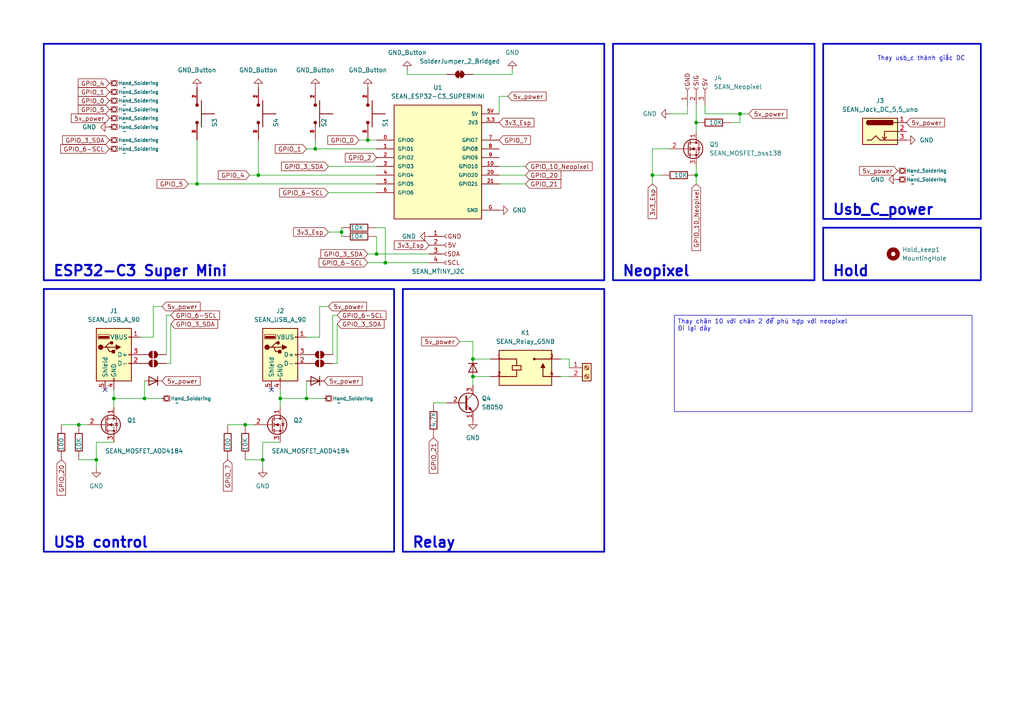
<source format=kicad_sch>
(kicad_sch (version 20231120) (generator "eeschema") (generator_version "8.0")
  (paper "A4")
  (title_block (title "HOMEKIT_TOOL") (date "2024-07-12") (rev "1.1.0"))
  (lib_symbols
    (symbol "Library:GND" (power) (pin_numbers hide) (pin_names (offset 0) hide)
      (property "Value" "GND" (at 0 -3.81 0))
      (symbol "GND_0_1"
        (polyline (pts (xy 0 0) (xy 0 -1.27) (xy 1.27 -1.27) (xy 0 -2.54) (xy -1.27 -1.27) (xy 0 -1.27)))
      )
      (symbol "GND_1_1"
        (pin power_in line (at 0 0 270) (length 0) (name "~") (number "1"))
      )
    )
    (symbol "Library:MountingHole" (pin_names (offset 1.016)) (exclude_from_sim yes) (in_bom no)
      (property "Reference" "H" (at 0 5.08 0))
      (property "Value" "MountingHole" (at 0 3.175 0))
      (symbol "MountingHole_0_1"
        (circle (center 0 0) (radius 1.27) (stroke (width 1.27)))
      )
    )
    (symbol "Library:S8050" (pin_names (offset 0) hide)
      (property "Reference" "Q" (at 5.08 1.905 0))
      (property "Value" "S8050" (at 5.08 0 0))
      (symbol "S8050_0_1"
        (polyline (pts (xy 0 0) (xy 0.635 0)))
        (polyline (pts (xy 0.635 0.635) (xy 2.54 2.54)))
        (polyline (pts (xy 0.635 -0.635) (xy 2.54 -2.54) (xy 2.54 -2.54)))
        (polyline (pts (xy 0.635 1.905) (xy 0.635 -1.905) (xy 0.635 -1.905)) (stroke (width 0.508)))
        (polyline (pts (xy 1.27 -1.778) (xy 1.778 -1.27) (xy 2.286 -2.286) (xy 1.27 -1.778) (xy 1.27 -1.778)) (fill (type outline)))
        (circle (center 1.27 0) (radius 2.8194) (stroke (width 0.254)))
      )
      (symbol "S8050_1_1"
        (pin passive line (at 2.54 -5.08 90) (length 2.54) (name "E") (number "1"))
        (pin input line (at -5.08 0 0) (length 5.08) (name "B") (number "2"))
        (pin passive line (at 2.54 5.08 270) (length 2.54) (name "C") (number "3"))
      )
    )
    (symbol "Library:SEAN_Button_4.2x3.3_SMD_V1" (pin_names (offset 1.016))
      (property "Reference" "S" (at -5.08 6.35 0))
      (property "Value" "SEAN_Button_4.2x3.3_SMD_V1" (at -15.24 -5.08 0))
      (symbol "SEAN_Button_4.2x3.3_SMD_V1_0_0"
        (circle (center -2.54 0) (radius 0.254) (stroke (width 0.508)))
        (polyline (pts (xy -3.81 1.27) (xy 0 1.27)) (stroke (width 0.254)))
        (polyline (pts (xy 0 1.27) (xy 0 5.08)) (stroke (width 0.254)))
        (polyline (pts (xy 0 1.27) (xy 3.81 1.27)) (stroke (width 0.254)))
        (circle (center 2.54 0) (radius 0.254) (stroke (width 0.508)))
        (pin passive line (at -7.62 0 0) (length 5.08) (name "~") (number "1"))
        (pin passive line (at -7.62 0 0) (length 5.08) (name "~") (number "2"))
        (pin passive line (at 7.62 0 180) (length 5.08) (name "~") (number "3"))
        (pin passive line (at 7.62 0 180) (length 5.08) (name "~") (number "4"))
      )
    )
    (symbol "Library:SEAN_D" (pin_numbers hide) (pin_names (offset 1.016) hide)
      (property "Reference" "D" (at 0 2.54 0))
      (property "Value" "SEAN_D" (at 0 -2.54 0))
      (symbol "SEAN_D_0_1"
        (polyline (pts (xy -1.27 1.27) (xy -1.27 -1.27)) (stroke (width 0.254)))
        (polyline (pts (xy 1.27 0) (xy -1.27 0)))
        (polyline (pts (xy 1.27 1.27) (xy 1.27 -1.27) (xy -1.27 0) (xy 1.27 1.27)) (stroke (width 0.254)))
      )
      (symbol "SEAN_D_1_1"
        (pin passive line (at -2.54 0 0) (length 2.54) (name "K") (number "1"))
        (pin passive line (at 2.54 0 180) (length 2.54) (name "A") (number "2"))
      )
    )
    (symbol "Library:SEAN_ESP32-C3_SUPERMINI" (pin_names (offset 1.016))
      (property "Reference" "U" (at -12.7 16.002 0))
      (property "Value" "SEAN_ESP32-C3_SUPERMINI" (at -12.7 -20.32 0))
      (symbol "SEAN_ESP32-C3_SUPERMINI_0_0"
        (rectangle (start -12.7 15.24) (end 12.7 -17.78) (stroke (width 0.254)) (fill (type background)))
        (pin bidirectional line (at -17.78 5.08 0) (length 5.08) (name "GPIO0") (number "0"))
        (pin bidirectional line (at -17.78 2.54 0) (length 5.08) (name "GPIO1") (number "1"))
        (pin bidirectional line (at 17.78 -2.54 180) (length 5.08) (name "GPIO10") (number "10"))
        (pin bidirectional line (at -17.78 0 0) (length 5.08) (name "GPIO2") (number "2"))
        (pin bidirectional line (at 17.78 -5.08 180) (length 5.08) (name "GPIO20") (number "20"))
        (pin bidirectional line (at 17.78 -7.62 180) (length 5.08) (name "GPIO21") (number "21"))
        (pin bidirectional line (at -17.78 -2.54 0) (length 5.08) (name "GPIO3") (number "3"))
        (pin power_in line (at 17.78 10.16 180) (length 5.08) (name "3V3") (number "3.3"))
        (pin bidirectional line (at -17.78 -5.08 0) (length 5.08) (name "GPIO4") (number "4"))
        (pin bidirectional line (at -17.78 -7.62 0) (length 5.08) (name "GPIO5") (number "5"))
        (pin power_in line (at 17.78 12.7 180) (length 5.08) (name "5V") (number "5V"))
        (pin bidirectional line (at -17.78 -10.16 0) (length 5.08) (name "GPIO6") (number "6"))
        (pin bidirectional line (at 17.78 5.08 180) (length 5.08) (name "GPIO7") (number "7"))
        (pin bidirectional line (at 17.78 2.54 180) (length 5.08) (name "GPIO8") (number "8"))
        (pin bidirectional line (at 17.78 0 180) (length 5.08) (name "GPIO9") (number "9"))
        (pin power_in line (at 17.78 -15.24 180) (length 5.08) (name "GND") (number "G"))
      )
    )
    (symbol "Library:SEAN_Hand_Solderring"
      (property "Reference" "U" (at 0 1.27 0))
      (symbol "SEAN_Hand_Solderring_0_1"
        (rectangle (start -2.286 0.762) (end -0.508 -0.762))
      )
      (symbol "SEAN_Hand_Solderring_1_1"
        (pin passive inverted (at 0 0 180) (length 2) (name "Hand_Soldering") (number "1"))
      )
    )
    (symbol "Library:SEAN_Jack_DC_5,5_uno" (pin_names hide)
      (property "Reference" "J" (at 0 5.334 0))
      (property "Value" "SEAN_Jack_DC_5,5_uno" (at 0 -5.08 0))
      (symbol "SEAN_Jack_DC_5,5_uno_0_1"
        (rectangle (start -5.08 3.81) (end 5.08 -3.81) (stroke (width 0.254)) (fill (type background)))
        (arc (start -3.302 3.175) (mid -3.9343 2.54) (end -3.302 1.905) (stroke (width 0.254)))
        (arc (start -3.302 3.175) (mid -3.9343 2.54) (end -3.302 1.905) (stroke (width 0.254)) (fill (type outline)))
        (polyline (pts (xy 1.27 -2.286) (xy 1.905 -1.651)) (stroke (width 0.254)))
        (polyline (pts (xy 5.08 2.54) (xy 3.81 2.54)) (stroke (width 0.254)))
        (polyline (pts (xy 5.08 0) (xy 1.27 0) (xy 1.27 -2.286) (xy 0.635 -1.651)) (stroke (width 0.254)))
        (polyline (pts (xy -3.81 -2.54) (xy -2.54 -2.54) (xy -1.27 -1.27) (xy 0 -2.54) (xy 2.54 -2.54) (xy 5.08 -2.54)) (stroke (width 0.254)))
        (rectangle (start 3.683 3.175) (end -3.302 1.905) (stroke (width 0.254)) (fill (type outline)))
      )
      (symbol "SEAN_Jack_DC_5,5_uno_1_1"
        (pin passive line (at 7.62 2.54 180) (length 2.54) (name "~") (number "1"))
        (pin passive line (at 7.62 0 180) (length 2.54) (name "~") (number "2"))
        (pin passive line (at 7.62 -2.54 180) (length 2.54) (name "~") (number "3"))
      )
    )
    (symbol "Library:SEAN_MOSFET_AOD4184" (pin_names hide)
      (property "Reference" "Q" (at 5.08 1.905 0))
      (property "Value" "SEAN_MOSFET_AOD4184" (at 5.08 0 0))
      (symbol "SEAN_MOSFET_AOD4184_0_1"
        (polyline (pts (xy 0.254 0) (xy -2.54 0)))
        (polyline (pts (xy 0.254 1.905) (xy 0.254 -1.905)) (stroke (width 0.254)))
        (polyline (pts (xy 0.762 -1.27) (xy 0.762 -2.286)) (stroke (width 0.254)))
        (polyline (pts (xy 0.762 0.508) (xy 0.762 -0.508)) (stroke (width 0.254)))
        (polyline (pts (xy 0.762 2.286) (xy 0.762 1.27)) (stroke (width 0.254)))
        (polyline (pts (xy 2.54 2.54) (xy 2.54 1.778)))
        (polyline (pts (xy 2.54 -2.54) (xy 2.54 0) (xy 0.762 0)))
        (polyline (pts (xy 0.762 -1.778) (xy 3.302 -1.778) (xy 3.302 1.778) (xy 0.762 1.778)))
        (polyline (pts (xy 1.016 0) (xy 2.032 0.381) (xy 2.032 -0.381) (xy 1.016 0)) (fill (type outline)))
        (polyline (pts (xy 2.794 0.508) (xy 2.921 0.381) (xy 3.683 0.381) (xy 3.81 0.254)))
        (polyline (pts (xy 3.302 0.381) (xy 2.921 -0.254) (xy 3.683 -0.254) (xy 3.302 0.381)))
        (circle (center 1.651 0) (radius 2.794) (stroke (width 0.254)))
        (circle (center 2.54 -1.778) (radius 0.254) (fill (type outline)))
        (circle (center 2.54 1.778) (radius 0.254) (fill (type outline)))
      )
      (symbol "SEAN_MOSFET_AOD4184_1_1"
        (pin passive line (at 2.54 5.08 270) (length 2.54) (name "D") (number "1"))
        (pin input line (at -5.08 0 0) (length 2.54) (name "G") (number "2"))
        (pin passive line (at 2.54 -5.08 90) (length 2.54) (name "S") (number "3"))
      )
    )
    (symbol "Library:SEAN_MOSFET_bss138" (pin_names hide)
      (property "Reference" "Q" (at 5.08 1.905 0))
      (property "Value" "SEAN_MOSFET_bss138" (at 5.08 0 0))
      (symbol "SEAN_MOSFET_bss138_0_1"
        (polyline (pts (xy 0.254 0) (xy -2.54 0)))
        (polyline (pts (xy 0.254 1.905) (xy 0.254 -1.905)) (stroke (width 0.254)))
        (polyline (pts (xy 0.762 -1.27) (xy 0.762 -2.286)) (stroke (width 0.254)))
        (polyline (pts (xy 0.762 0.508) (xy 0.762 -0.508)) (stroke (width 0.254)))
        (polyline (pts (xy 0.762 2.286) (xy 0.762 1.27)) (stroke (width 0.254)))
        (polyline (pts (xy 2.54 2.54) (xy 2.54 1.778)))
        (polyline (pts (xy 2.54 -2.54) (xy 2.54 0) (xy 0.762 0)))
        (polyline (pts (xy 0.762 -1.778) (xy 3.302 -1.778) (xy 3.302 1.778) (xy 0.762 1.778)))
        (polyline (pts (xy 1.016 0) (xy 2.032 0.381) (xy 2.032 -0.381) (xy 1.016 0)) (fill (type outline)))
        (polyline (pts (xy 2.794 0.508) (xy 2.921 0.381) (xy 3.683 0.381) (xy 3.81 0.254)))
        (polyline (pts (xy 3.302 0.381) (xy 2.921 -0.254) (xy 3.683 -0.254) (xy 3.302 0.381)))
        (circle (center 1.651 0) (radius 2.794) (stroke (width 0.254)))
        (circle (center 2.54 -1.778) (radius 0.254) (fill (type outline)))
        (circle (center 2.54 1.778) (radius 0.254) (fill (type outline)))
      )
      (symbol "SEAN_MOSFET_bss138_1_1"
        (pin passive line (at 2.54 5.08 270) (length 2.54) (name "D") (number "1"))
        (pin input line (at -5.08 0 0) (length 2.54) (name "G") (number "2"))
        (pin passive line (at 2.54 -5.08 90) (length 2.54) (name "S") (number "3"))
      )
    )
    (symbol "Library:SEAN_MTINY_I2C" (pin_names (offset 1.016) hide)
      (property "Reference" "J" (at 0 5.08 0))
      (property "Value" "SEAN_MTINY_I2C" (at 0 -7.62 0))
      (symbol "SEAN_MTINY_I2C_1_1"
        (arc (start 0 -4.572) (mid -0.5058 -5.08) (end 0 -5.588) (stroke (width 0.1524)))
        (arc (start 0 -2.032) (mid -0.5058 -2.54) (end 0 -3.048) (stroke (width 0.1524)))
        (polyline (pts (xy -1.27 -5.08) (xy -0.508 -5.08)) (stroke (width 0.1524)))
        (polyline (pts (xy -1.27 -2.54) (xy -0.508 -2.54)) (stroke (width 0.1524)))
        (polyline (pts (xy -1.27 0) (xy -0.508 0)) (stroke (width 0.1524)))
        (polyline (pts (xy -1.27 2.54) (xy -0.508 2.54)) (stroke (width 0.1524)))
        (arc (start 0 0.508) (mid -0.5058 0) (end 0 -0.508) (stroke (width 0.1524)))
        (arc (start 0 3.048) (mid -0.5058 2.54) (end 0 2.032) (stroke (width 0.1524)))
        (text "5V\n" (at 1.524 0 0) (effects (font (size 1.27 1.27))))
        (text "GND\n" (at 2.286 2.54 0) (effects (font (size 1.27 1.27))))
        (text "SCL" (at 2.032 -5.08 0) (effects (font (size 1.27 1.27))))
        (text "SDA\n" (at 2.032 -2.54 0) (effects (font (size 1.27 1.27))))
        (pin passive line (at -5.08 2.54 0) (length 3.81) (name "GND") (number "1"))
        (pin passive line (at -5.08 0 0) (length 3.81) (name "5V") (number "2"))
        (pin passive line (at -5.08 -2.54 0) (length 3.81) (name "SDA") (number "3"))
        (pin passive line (at -5.08 -5.08 0) (length 3.81) (name "SCL") (number "4"))
      )
    )
    (symbol "Library:SEAN_Mtiny_Terminal_3.81" (pin_names (offset 1.016) hide)
      (property "Reference" "J" (at 0 2.54 0))
      (property "Value" "SEAN_Mtiny_Terminal_3.81" (at 0 -5.08 0))
      (symbol "SEAN_Mtiny_Terminal_3.81_1_1"
        (rectangle (start -1.27 1.27) (end 1.27 -3.81) (stroke (width 0.254)) (fill (type background)))
        (circle (center 0 -2.54) (radius 0.635) (stroke (width 0.1524)))
        (polyline (pts (xy -0.5334 -2.2098) (xy 0.3302 -3.048)) (stroke (width 0.1524)))
        (polyline (pts (xy -0.5334 0.3302) (xy 0.3302 -0.508)) (stroke (width 0.1524)))
        (polyline (pts (xy -0.3556 -2.032) (xy 0.508 -2.8702)) (stroke (width 0.1524)))
        (polyline (pts (xy -0.3556 0.508) (xy 0.508 -0.3302)) (stroke (width 0.1524)))
        (circle (center 0 0) (radius 0.635) (stroke (width 0.1524)))
        (pin passive line (at -5.08 0 0) (length 3.81) (name "Pin_1") (number "1"))
        (pin passive line (at -5.08 -2.54 0) (length 3.81) (name "Pin_2") (number "2"))
      )
    )
    (symbol "Library:SEAN_Neopixel" (pin_names (offset 1.016) hide)
      (property "Reference" "J" (at 0 5.08 0))
      (property "Value" "SEAN_Neopixel" (at -0.254 0.254 0))
      (symbol "SEAN_Neopixel_1_1"
        (arc (start 0 -2.032) (mid -0.5058 -2.54) (end 0 -3.048) (stroke (width 0.1524)))
        (polyline (pts (xy -1.27 -2.54) (xy -0.508 -2.54)) (stroke (width 0.1524)))
        (polyline (pts (xy -1.27 0) (xy -0.508 0)) (stroke (width 0.1524)))
        (polyline (pts (xy -1.27 2.54) (xy -0.508 2.54)) (stroke (width 0.1524)))
        (arc (start 0 0.508) (mid -0.5058 0) (end 0 -0.508) (stroke (width 0.1524)))
        (arc (start 0 3.048) (mid -0.5058 2.54) (end 0 2.032) (stroke (width 0.1524)))
        (text "5V\n" (at 1.524 -2.54 0) (effects (font (size 1.27 1.27))))
        (text "GND\n" (at 2.286 2.54 0) (effects (font (size 1.27 1.27))))
        (text "SIG" (at 2.032 0 0) (effects (font (size 1.27 1.27))))
        (pin passive line (at -5.08 2.54 0) (length 3.81) (name "GND") (number "1"))
        (pin passive line (at -5.08 0 0) (length 3.81) (name "5V") (number "2"))
        (pin passive line (at -5.08 -2.54 0) (length 3.81) (name "SDA") (number "3"))
      )
    )
    (symbol "Library:SEAN_R" (pin_numbers hide) (pin_names (offset 0))
      (property "Reference" "R" (at 0 0 90))
      (property "Value" "R" (at 0 0 90))
      (symbol "SEAN_R_0_1"
        (rectangle (start -1.016 2.54) (end 1.016 -2.54) (stroke (width 0.254)))
      )
      (symbol "SEAN_R_1_1"
        (pin passive line (at 0 5.08 270) (length 2.5) (name "~") (number "1"))
        (pin passive line (at 0 -5.08 90) (length 2.5) (name "~") (number "2"))
      )
    )
    (symbol "Library:SEAN_Relay_G5NB" (pin_names (offset 1.016))
      (property "Reference" "K" (at -7.62 6.35 0))
      (property "Value" "SEAN_Relay_G5NB" (at -7.62 -7.62 0))
      (symbol "SEAN_Relay_G5NB_0_0"
        (rectangle (start -7.62 5.08) (end 7.62 -5.08) (stroke (width 0.254)) (fill (type background)))
        (polyline (pts (xy -7.62 -2.54) (xy -2.54 -2.54)) (stroke (width 0.254)))
        (polyline (pts (xy -7.62 2.54) (xy -2.54 2.54)) (stroke (width 0.254)))
        (polyline (pts (xy -3.81 -0.635) (xy -3.81 0.635)) (stroke (width 0.254)))
        (polyline (pts (xy -3.81 0.635) (xy -2.54 0.635)) (stroke (width 0.254)))
        (polyline (pts (xy -2.54 -0.635) (xy -3.81 -0.635)) (stroke (width 0.254)))
        (polyline (pts (xy -2.54 -0.635) (xy -2.54 -2.54)) (stroke (width 0.254)))
        (polyline (pts (xy -2.54 0.635) (xy -1.27 0.635)) (stroke (width 0.254)))
        (polyline (pts (xy -2.54 2.54) (xy -2.54 0.635)) (stroke (width 0.254)))
        (polyline (pts (xy -1.27 -0.635) (xy -2.54 -0.635)) (stroke (width 0.254)))
        (polyline (pts (xy -1.27 0.635) (xy -1.27 -0.635)) (stroke (width 0.254)))
        (polyline (pts (xy 5.08 -2.54) (xy 5.08 0)) (stroke (width 0.254)))
        (polyline (pts (xy 7.62 -2.54) (xy 5.08 -2.54)) (stroke (width 0.254)))
        (polyline (pts (xy 7.62 2.54) (xy 2.54 2.54)) (stroke (width 0.254)))
        (polyline (pts (xy 4.445 0) (xy 5.715 0) (xy 5.08 1.27) (xy 4.445 0)) (stroke (width 0.1524)) (fill (type outline)))
        (circle (center 2.54 2.54) (radius 0.254) (stroke (width 0.254)))
        (pin passive line (at -10.16 2.54 0) (length 5.08) (name "~") (number "1"))
        (pin passive line (at -10.16 -2.54 0) (length 5.08) (name "~") (number "2"))
        (pin passive line (at 10.16 2.54 180) (length 5.08) (name "~") (number "3"))
        (pin passive line (at 10.16 -2.54 180) (length 5.08) (name "~") (number "4"))
      )
    )
    (symbol "Library:SEAN_USB_A_90" (pin_names (offset 1.016))
      (property "Reference" "J" (at -5.08 11.43 0))
      (property "Value" "SEAN_USB_A_90" (at -5.08 8.89 0))
      (symbol "SEAN_USB_A_90_0_1"
        (rectangle (start -5.08 -7.62) (end 5.08 7.62) (stroke (width 0.254)) (fill (type background)))
        (circle (center -3.81 2.159) (radius 0.635) (stroke (width 0.254)) (fill (type outline)))
        (rectangle (start -1.524 4.826) (end -4.318 5.334) (fill (type outline)))
        (rectangle (start -1.27 4.572) (end -4.572 5.842))
        (circle (center -0.635 3.429) (radius 0.381) (stroke (width 0.254)) (fill (type outline)))
        (rectangle (start -0.127 -7.62) (end 0.127 -6.858))
        (polyline (pts (xy -3.175 2.159) (xy -2.54 2.159) (xy -1.27 3.429) (xy -0.635 3.429)) (stroke (width 0.254)))
        (polyline (pts (xy -2.54 2.159) (xy -1.905 2.159) (xy -1.27 0.889) (xy 0 0.889)) (stroke (width 0.254)))
        (polyline (pts (xy 0.635 2.794) (xy 0.635 1.524) (xy 1.905 2.159) (xy 0.635 2.794)) (stroke (width 0.254)) (fill (type outline)))
        (rectangle (start 0.254 1.27) (end -0.508 0.508) (stroke (width 0.254)) (fill (type outline)))
        (rectangle (start 5.08 -2.667) (end 4.318 -2.413))
        (rectangle (start 5.08 -0.127) (end 4.318 0.127))
        (rectangle (start 5.08 4.953) (end 4.318 5.207))
      )
      (symbol "SEAN_USB_A_90_1_1"
        (polyline (pts (xy -1.905 2.159) (xy 0.635 2.159)) (stroke (width 0.254)))
        (pin power_in line (at 7.62 5.08 180) (length 2.54) (name "VBUS") (number "1"))
        (pin bidirectional line (at 7.62 -2.54 180) (length 2.54) (name "D-") (number "2"))
        (pin bidirectional line (at 7.62 0 180) (length 2.54) (name "D+") (number "3"))
        (pin power_in line (at 0 -10.16 90) (length 2.54) (name "GND") (number "4"))
        (pin passive line (at -2.54 -10.16 90) (length 2.54) (name "Shield") (number "5"))
      )
    )
    (symbol "Library:SolderJumper_2_Bridged" (pin_numbers hide) (pin_names (offset 0) hide) (exclude_from_sim yes) (in_bom no)
      (property "Reference" "JP" (at 0 2.032 0))
      (property "Value" "SolderJumper_2_Bridged" (at 0 -2.54 0))
      (symbol "SolderJumper_2_Bridged_0_1"
        (rectangle (start -0.508 0.508) (end 0.508 -0.508) (fill (type outline)))
        (arc (start -0.254 1.016) (mid -1.2656 0) (end -0.254 -1.016))
        (arc (start -0.254 1.016) (mid -1.2656 0) (end -0.254 -1.016) (fill (type outline)))
        (polyline (pts (xy -0.254 1.016) (xy -0.254 -1.016)))
        (polyline (pts (xy 0.254 1.016) (xy 0.254 -1.016)))
        (arc (start 0.254 -1.016) (mid 1.2656 0) (end 0.254 1.016))
        (arc (start 0.254 -1.016) (mid 1.2656 0) (end 0.254 1.016) (fill (type outline)))
      )
      (symbol "SolderJumper_2_Bridged_1_1"
        (pin passive line (at -3.81 0 0) (length 2.54) (name "A") (number "1"))
        (pin passive line (at 3.81 0 180) (length 2.54) (name "B") (number "2"))
      )
    )
    (symbol "Library:SolderJumper_2_Open" (pin_numbers hide) (pin_names (offset 0) hide) (exclude_from_sim yes) (in_bom no)
      (property "Reference" "JP" (at 0 2.032 0))
      (property "Value" "SolderJumper_2_Open" (at 0 -2.54 0))
      (symbol "SolderJumper_2_Open_0_1"
        (arc (start -0.254 1.016) (mid -1.2656 0) (end -0.254 -1.016))
        (arc (start -0.254 1.016) (mid -1.2656 0) (end -0.254 -1.016) (fill (type outline)))
        (polyline (pts (xy -0.254 1.016) (xy -0.254 -1.016)))
        (polyline (pts (xy 0.254 1.016) (xy 0.254 -1.016)))
        (arc (start 0.254 -1.016) (mid 1.2656 0) (end 0.254 1.016))
        (arc (start 0.254 -1.016) (mid 1.2656 0) (end 0.254 1.016) (fill (type outline)))
      )
      (symbol "SolderJumper_2_Open_1_1"
        (pin passive line (at -3.81 0 0) (length 2.54) (name "A") (number "1"))
        (pin passive line (at 3.81 0 180) (length 2.54) (name "B") (number "2"))
      )
    )
  )
  (junction (at 109.22 73.66))
  (junction (at 201.93 35.56))
  (junction (at 33.02 115.57))
  (junction (at 214.63 33.02))
  (junction (at 71.12 123.19))
  (junction (at 106.68 40.64))
  (junction (at 81.28 115.57))
  (junction (at 41.91 115.57))
  (junction (at 137.16 109.22))
  (junction (at 91.44 43.18))
  (junction (at 74.93 50.8))
  (junction (at 76.2 133.35))
  (junction (at 137.16 104.14))
  (junction (at 99.06 67.31))
  (junction (at 88.9 115.57))
  (junction (at 57.15 53.34))
  (junction (at 111.76 76.2))
  (junction (at 27.94 133.35))
  (junction (at 22.86 123.19))
  (junction (at 189.23 50.8))
  (junction (at 201.93 50.8))
  (no_connect (at 30.48 113.03))
  (no_connect (at 78.74 113.03))
  (wire (pts (xy 92.71 88.9) (xy 92.71 97.79)))
  (wire (pts (xy 72.39 50.8) (xy 74.93 50.8)))
  (wire (pts (xy 137.16 111.76) (xy 137.16 109.22)))
  (wire (pts (xy 33.02 115.57) (xy 41.91 115.57)))
  (wire (pts (xy 88.9 97.79) (xy 92.71 97.79)))
  (wire (pts (xy 201.93 35.56) (xy 201.93 38.1)))
  (wire (pts (xy 91.44 43.18) (xy 109.22 43.18)))
  (wire (pts (xy 95.25 48.26) (xy 109.22 48.26)))
  (wire (pts (xy 212.09 35.56) (xy 214.63 35.56)))
  (wire (pts (xy 96.52 91.44) (xy 96.52 102.87)))
  (wire (pts (xy 27.94 128.27) (xy 33.02 128.27)))
  (wire (pts (xy 111.76 66.04) (xy 111.76 76.2)))
  (wire (pts (xy 97.79 93.98) (xy 97.79 105.41)))
  (wire (pts (xy 33.02 115.57) (xy 33.02 118.11)))
  (wire (pts (xy 95.25 88.9) (xy 92.71 88.9)))
  (wire (pts (xy 81.28 115.57) (xy 88.9 115.57)))
  (wire (pts (xy 133.35 99.06) (xy 137.16 99.06)))
  (wire (pts (xy 152.4 50.8) (xy 144.78 50.8)))
  (wire (pts (xy 71.12 123.19) (xy 73.66 123.19)))
  (wire (pts (xy 97.79 91.44) (xy 96.52 91.44)))
  (wire (pts (xy 189.23 43.18) (xy 194.31 43.18)))
  (wire (pts (xy 189.23 53.34) (xy 189.23 50.8)))
  (wire (pts (xy 54.61 53.34) (xy 57.15 53.34)))
  (wire (pts (xy 81.28 113.03) (xy 81.28 115.57)))
  (wire (pts (xy 76.2 133.35) (xy 76.2 128.27)))
  (wire (pts (xy 22.86 133.35) (xy 27.94 133.35)))
  (wire (pts (xy 152.4 48.26) (xy 144.78 48.26)))
  (wire (pts (xy 76.2 128.27) (xy 81.28 128.27)))
  (wire (pts (xy 33.02 113.03) (xy 33.02 115.57)))
  (wire (pts (xy 148.59 21.59) (xy 148.59 20.32)))
  (wire (pts (xy 99.06 66.04) (xy 99.06 67.31)))
  (wire (pts (xy 189.23 50.8) (xy 191.77 50.8)))
  (wire (pts (xy 88.9 115.57) (xy 93.98 115.57)))
  (wire (pts (xy 44.45 97.79) (xy 40.64 97.79)))
  (wire (pts (xy 106.68 40.64) (xy 109.22 40.64)))
  (wire (pts (xy 49.53 91.44) (xy 48.26 91.44)))
  (wire (pts (xy 44.45 88.9) (xy 46.99 88.9)))
  (wire (pts (xy 71.12 133.35) (xy 76.2 133.35)))
  (wire (pts (xy 165.1 104.14) (xy 162.56 104.14)))
  (wire (pts (xy 48.26 105.41) (xy 49.53 105.41)))
  (wire (pts (xy 95.25 55.88) (xy 109.22 55.88)))
  (wire (pts (xy 48.26 91.44) (xy 48.26 102.87)))
  (wire (pts (xy 201.93 53.34) (xy 201.93 50.8)))
  (wire (pts (xy 201.93 30.48) (xy 201.93 35.56)))
  (wire (pts (xy 201.93 50.8) (xy 201.93 48.26)))
  (wire (pts (xy 76.2 133.35) (xy 76.2 135.89)))
  (wire (pts (xy 144.78 27.94) (xy 144.78 33.02)))
  (wire (pts (xy 99.06 67.31) (xy 99.06 68.58)))
  (wire (pts (xy 88.9 110.49) (xy 88.9 115.57)))
  (wire (pts (xy 95.25 67.31) (xy 99.06 67.31)))
  (wire (pts (xy 44.45 88.9) (xy 44.45 97.79)))
  (wire (pts (xy 204.47 33.02) (xy 204.47 30.48)))
  (wire (pts (xy 152.4 53.34) (xy 144.78 53.34)))
  (wire (pts (xy 129.54 21.59) (xy 118.11 21.59)))
  (wire (pts (xy 189.23 43.18) (xy 189.23 50.8)))
  (wire (pts (xy 199.39 33.02) (xy 199.39 30.48)))
  (wire (pts (xy 57.15 53.34) (xy 109.22 53.34)))
  (wire (pts (xy 91.44 40.64) (xy 91.44 43.18)))
  (wire (pts (xy 57.15 40.64) (xy 57.15 53.34)))
  (wire (pts (xy 137.16 21.59) (xy 148.59 21.59)))
  (wire (pts (xy 81.28 115.57) (xy 81.28 118.11)))
  (wire (pts (xy 41.91 115.57) (xy 46.99 115.57)))
  (wire (pts (xy 27.94 128.27) (xy 27.94 133.35)))
  (wire (pts (xy 217.17 33.02) (xy 214.63 33.02)))
  (wire (pts (xy 111.76 76.2) (xy 124.46 76.2)))
  (wire (pts (xy 214.63 33.02) (xy 204.47 33.02)))
  (wire (pts (xy 17.78 123.19) (xy 22.86 123.19)))
  (wire (pts (xy 109.22 68.58) (xy 109.22 73.66)))
  (wire (pts (xy 106.68 76.2) (xy 111.76 76.2)))
  (wire (pts (xy 109.22 66.04) (xy 111.76 66.04)))
  (wire (pts (xy 162.56 109.22) (xy 165.1 109.22)))
  (wire (pts (xy 27.94 133.35) (xy 27.94 135.89)))
  (wire (pts (xy 41.91 115.57) (xy 41.91 110.49)))
  (wire (pts (xy 125.73 116.84) (xy 129.54 116.84)))
  (wire (pts (xy 109.22 73.66) (xy 124.46 73.66)))
  (wire (pts (xy 137.16 99.06) (xy 137.16 104.14)))
  (wire (pts (xy 22.86 123.19) (xy 25.4 123.19)))
  (wire (pts (xy 194.31 33.02) (xy 199.39 33.02)))
  (wire (pts (xy 49.53 93.98) (xy 49.53 105.41)))
  (wire (pts (xy 137.16 109.22) (xy 142.24 109.22)))
  (wire (pts (xy 104.14 40.64) (xy 106.68 40.64)))
  (wire (pts (xy 165.1 106.68) (xy 165.1 104.14)))
  (wire (pts (xy 66.04 123.19) (xy 71.12 123.19)))
  (wire (pts (xy 118.11 21.59) (xy 118.11 20.32)))
  (wire (pts (xy 96.52 105.41) (xy 97.79 105.41)))
  (wire (pts (xy 74.93 50.8) (xy 109.22 50.8)))
  (wire (pts (xy 214.63 35.56) (xy 214.63 33.02)))
  (wire (pts (xy 144.78 27.94) (xy 147.32 27.94)))
  (wire (pts (xy 88.9 43.18) (xy 91.44 43.18)))
  (wire (pts (xy 106.68 73.66) (xy 109.22 73.66)))
  (wire (pts (xy 137.16 104.14) (xy 142.24 104.14)))
  (wire (pts (xy 74.93 40.64) (xy 74.93 50.8)))
  (rectangle (start 238.76 12.7) (end 284.48 63.5) (stroke (width 0.5)))
  (rectangle (start 238.76 66.04) (end 284.48 81.28) (stroke (width 0.5)))
  (rectangle (start 12.7 83.82) (end 114.3 160.02) (stroke (width 0.5)))
  (rectangle (start 12.7 12.7) (end 175.26 81.28) (stroke (width 0.5)))
  (rectangle (start 116.84 83.82) (end 175.26 160.02) (stroke (width 0.5)))
  (rectangle (start 177.8 12.7) (end 236.22 81.28) (stroke (width 0.5)))
  (text_box "Thay chân 10 với chân 2 để phù hợp với neopixel\nĐi lại dây" (at 195.58 91.44 0) (size 86.36 27.94) (effects (font (size 1.27 1.27)) (justify left top)))
  (text "Relay" (at 119.38 157.48 0) (effects (font (size 3 3) (thickness 0.6) (bold yes)) (justify left)))
  (text "ESP32-C3 Super Mini\n" (at 15.24 78.74 0) (effects (font (size 3 3) (thickness 0.6) (bold yes)) (justify left)))
  (text "Thay usb_c thành giắc DC\n" (at 267.208 17.018 0) (effects (font (size 1.27 1.27))))
  (text "Hold\n" (at 241.3 78.74 0) (effects (font (size 3 3) (thickness 0.6) (bold yes)) (justify left)))
  (text "Usb_C_power" (at 241.3 60.96 0) (effects (font (size 3 3) (thickness 0.6) (bold yes)) (justify left)))
  (text "Neopixel" (at 180.34 78.74 0) (effects (font (size 3 3) (thickness 0.6) (bold yes)) (justify left)))
  (text "USB control" (at 15.24 157.48 0) (effects (font (size 3 3) (thickness 0.6) (bold yes)) (justify left)))
  (global_label "GPIO_6-SCL" (shape input) (at 31.75 43.18 180) (property "Intersheetrefs" "${INTERSHEET_REFS}" (effects (hide yes))))
  (global_label "GPIO_5" (shape input) (at 54.61 53.34 180) (property "Intersheetrefs" "${INTERSHEET_REFS}" (effects (hide yes))))
  (global_label "GPIO_0" (shape input) (at 104.14 40.64 180) (property "Intersheetrefs" "${INTERSHEET_REFS}" (effects (hide yes))))
  (global_label "GPIO_4" (shape input) (at 31.75 24.13 180) (property "Intersheetrefs" "${INTERSHEET_REFS}" (effects (hide yes))))
  (global_label "GPIO_3_SDA" (shape input) (at 31.75 40.64 180) (property "Intersheetrefs" "${INTERSHEET_REFS}" (effects (hide yes))))
  (global_label "GPIO_21" (shape input) (at 152.4 53.34 0) (property "Intersheetrefs" "${INTERSHEET_REFS}" (effects (hide yes))))
  (global_label "GPIO_10_Neopixel" (shape input) (at 152.4 48.26 0) (property "Intersheetrefs" "${INTERSHEET_REFS}" (effects (hide yes))))
  (global_label "5v_power" (shape input) (at 217.17 33.02 0) (property "Intersheetrefs" "${INTERSHEET_REFS}" (effects (hide yes))))
  (global_label "5v_power" (shape input) (at 93.98 110.49 0) (property "Intersheetrefs" "${INTERSHEET_REFS}" (effects (hide yes))))
  (global_label "GPIO_0" (shape input) (at 31.75 29.21 180) (property "Intersheetrefs" "${INTERSHEET_REFS}" (effects (hide yes))))
  (global_label "5v_power" (shape input) (at 133.35 99.06 180) (property "Intersheetrefs" "${INTERSHEET_REFS}" (effects (hide yes))))
  (global_label "GPIO_1" (shape input) (at 88.9 43.18 180) (property "Intersheetrefs" "${INTERSHEET_REFS}" (effects (hide yes))))
  (global_label "5v_power" (shape input) (at 147.32 27.94 0) (property "Intersheetrefs" "${INTERSHEET_REFS}" (effects (hide yes))))
  (global_label "5v_power" (shape input) (at 260.35 49.53 180) (property "Intersheetrefs" "${INTERSHEET_REFS}" (effects (hide yes))))
  (global_label "3v3_Esp" (shape input) (at 124.46 71.12 180) (property "Intersheetrefs" "${INTERSHEET_REFS}" (effects (hide yes))))
  (global_label "GPIO_20" (shape input) (at 152.4 50.8 0) (property "Intersheetrefs" "${INTERSHEET_REFS}" (effects (hide yes))))
  (global_label "5v_power" (shape input) (at 31.75 34.29 180) (property "Intersheetrefs" "${INTERSHEET_REFS}" (effects (hide yes))))
  (global_label "GPIO_6-SCL" (shape input) (at 95.25 55.88 180) (property "Intersheetrefs" "${INTERSHEET_REFS}" (effects (hide yes))))
  (global_label "GPIO_20" (shape input) (at 17.78 133.35 270) (property "Intersheetrefs" "${INTERSHEET_REFS}" (effects (hide yes))))
  (global_label "GPIO_3_SDA" (shape input) (at 106.68 73.66 180) (property "Intersheetrefs" "${INTERSHEET_REFS}" (effects (hide yes))))
  (global_label "GPIO_6-SCL" (shape input) (at 97.79 91.44 0) (property "Intersheetrefs" "${INTERSHEET_REFS}" (effects (hide yes))))
  (global_label "5v_power" (shape input) (at 46.99 88.9 0) (property "Intersheetrefs" "${INTERSHEET_REFS}" (effects (hide yes))))
  (global_label "GPIO_2" (shape input) (at 109.22 45.72 180) (property "Intersheetrefs" "${INTERSHEET_REFS}" (effects (hide yes))))
  (global_label "3v3_Esp" (shape input) (at 95.25 67.31 180) (property "Intersheetrefs" "${INTERSHEET_REFS}" (effects (hide yes))))
  (global_label "3v3_Esp" (shape input) (at 189.23 53.34 270) (property "Intersheetrefs" "${INTERSHEET_REFS}" (effects (hide yes))))
  (global_label "GPIO_1" (shape input) (at 31.75 26.67 180) (property "Intersheetrefs" "${INTERSHEET_REFS}" (effects (hide yes))))
  (global_label "5v_power" (shape input) (at 46.99 110.49 0) (property "Intersheetrefs" "${INTERSHEET_REFS}" (effects (hide yes))))
  (global_label "GPIO_4" (shape input) (at 72.39 50.8 180) (property "Intersheetrefs" "${INTERSHEET_REFS}" (effects (hide yes))))
  (global_label "GPIO_7" (shape input) (at 66.04 133.35 270) (property "Intersheetrefs" "${INTERSHEET_REFS}" (effects (hide yes))))
  (global_label "GPIO_3_SDA" (shape input) (at 97.79 93.98 0) (property "Intersheetrefs" "${INTERSHEET_REFS}" (effects (hide yes))))
  (global_label "GPIO_7" (shape input) (at 144.78 40.64 0) (property "Intersheetrefs" "${INTERSHEET_REFS}" (effects (hide yes))))
  (global_label "GPIO_3_SDA" (shape input) (at 95.25 48.26 180) (property "Intersheetrefs" "${INTERSHEET_REFS}" (effects (hide yes))))
  (global_label "GPIO_6-SCL" (shape input) (at 49.53 91.44 0) (property "Intersheetrefs" "${INTERSHEET_REFS}" (effects (hide yes))))
  (global_label "GPIO_6-SCL" (shape input) (at 106.68 76.2 180) (property "Intersheetrefs" "${INTERSHEET_REFS}" (effects (hide yes))))
  (global_label "GPIO_5" (shape input) (at 31.75 31.75 180) (property "Intersheetrefs" "${INTERSHEET_REFS}" (effects (hide yes))))
  (global_label "GPIO_21" (shape input) (at 125.73 127 270) (property "Intersheetrefs" "${INTERSHEET_REFS}" (effects (hide yes))))
  (global_label "5v_power" (shape input) (at 262.89 35.56 0) (property "Intersheetrefs" "${INTERSHEET_REFS}" (effects (hide yes))))
  (global_label "3v3_Esp" (shape input) (at 144.78 35.56 0) (property "Intersheetrefs" "${INTERSHEET_REFS}" (effects (hide yes))))
  (global_label "GPIO_3_SDA" (shape input) (at 49.53 93.98 0) (property "Intersheetrefs" "${INTERSHEET_REFS}" (effects (hide yes))))
  (global_label "5v_power" (shape input) (at 95.25 88.9 0) (property "Intersheetrefs" "${INTERSHEET_REFS}" (effects (hide yes))))
  (global_label "GPIO_10_Neopixel" (shape input) (at 201.93 53.34 270) (property "Intersheetrefs" "${INTERSHEET_REFS}" (effects (hide yes))))
  (symbol (lib_id "Library:GND") (at 137.16 121.92 0) (unit 1)
    (property "Reference" "#PWR011" (effects (hide yes)))
    (property "Value" "GND" (at 137.16 127 0))
    (property "Description" "Power symbol creates a global label with name \"GND\" , ground" (effects (hide yes)))
  )
  (symbol (lib_id "Library:GND") (at 124.46 68.58 270) (unit 1)
    (property "Reference" "#PWR08" (effects (hide yes)))
    (property "Value" "GND" (at 120.65 68.5799 90) (effects (justify right)))
    (property "Description" "Power symbol creates a global label with name \"GND\" , ground" (effects (hide yes)))
  )
  (symbol (lib_id "Library:SEAN_Hand_Solderring") (at 260.35 49.53 180) (unit 1)
    (property "Reference" "U5" (effects (hide yes)))
    (property "Value" "~" (at 264.16 50.8 0) (effects (justify right)))
    (property "Footprint" "SEAN_connect:SEAN_Hand_Solderring" (effects (hide yes)))
  )
  (symbol (lib_id "Library:SEAN_D") (at 44.45 110.49 180) (unit 1)
    (property "Reference" "D1" (effects (hide yes)))
    (property "Value" "SEAN_D" (effects (hide yes)))
    (property "Footprint" "SEAN_Device_sym:SEAN_Diode_1N4007" (effects (hide yes)))
    (property "Description" "Diode" (effects (hide yes)))
    (property "Sim.Device" "D" (effects (hide yes)))
    (property "Sim.Pins" "1=K 2=A" (effects (hide yes)))
  )
  (symbol (lib_id "Library:SEAN_Button_4.2x3.3_SMD_V1") (at 106.68 33.02 270) (unit 1)
    (property "Reference" "S1" (at 111.76 35.56 0))
    (property "Value" "SEAN_Button_4.2x3.3_SMD_V1" (effects (hide yes)))
    (property "Footprint" "SEAN_Device_sym:SEAN_Button_4.2x3.3_SMD_V1" (effects (hide yes)))
    (property "Description" "\nSwitch Tactile N.O. SPST Button J-Bend 0.05A 16VDC 1.57N SMD Automotive T/R\n" (effects (hide yes)))
    (property "MF" "ALPS" (effects (hide yes)))
    (property "MAXIMUM_PACKAGE_HEIGHT" "2.5 mm" (effects (hide yes)))
    (property "Package" "None" (effects (hide yes)))
    (property "Price" "None" (effects (hide yes)))
    (property "Check_prices" "https://www.snapeda.com/parts/SKRPABE010/ALPS/view-part/?ref=eda" (effects (hide yes)))
    (property "STANDARD" "Manufacturer Recommendations" (effects (hide yes)))
    (property "SnapEDA_Link" "https://www.snapeda.com/parts/SKRPABE010/ALPS/view-part/?ref=snap" (effects (hide yes)))
    (property "MP" "SKRPABE010" (effects (hide yes)))
    (property "Purchase-URL" "https://www.snapeda.com/api/url_track_click_mouser/?unipart_id=652544&manufacturer=ALPS&part_name=SKRPABE010&search_term=None" (effects (hide yes)))
    (property "Availability" "In Stock" (effects (hide yes)))
    (property "MANUFACTURER" "Alps" (effects (hide yes)))
  )
  (symbol (lib_id "Library:GND") (at 57.15 25.4 180) (unit 1)
    (property "Reference" "#PWR01" (effects (hide yes)))
    (property "Value" "GND_Button" (at 57.15 20.32 0))
    (property "Description" "Power symbol creates a global label with name \"GND\" , ground" (effects (hide yes)))
  )
  (symbol (lib_id "Library:SEAN_Hand_Solderring") (at 31.75 29.21 180) (unit 1)
    (property "Reference" "U6" (effects (hide yes)))
    (property "Value" "~" (at 35.56 30.48 0) (effects (justify right)))
    (property "Footprint" "SEAN_connect:SEAN_Hand_Solderring" (effects (hide yes)))
  )
  (symbol (lib_id "Library:GND") (at 194.31 33.02 270) (unit 1)
    (property "Reference" "#PWR09" (effects (hide yes)))
    (property "Value" "GND" (at 190.5 33.0199 90) (effects (justify right)))
    (property "Description" "Power symbol creates a global label with name \"GND\" , ground" (effects (hide yes)))
  )
  (symbol (lib_id "Library:SEAN_R") (at 207.01 35.56 90) (unit 1)
    (property "Reference" "R9" (effects (hide yes)))
    (property "Value" "10K" (at 209.55 35.56 90) (effects (justify left)))
    (property "Footprint" "Resistor_SMD:R_0603_1608Metric_Pad0.98x0.95mm_HandSolder" (effects (hide yes)))
    (property "Description" "Resistor" (effects (hide yes)))
  )
  (symbol (lib_id "Library:SEAN_Button_4.2x3.3_SMD_V1") (at 57.15 33.02 270) (unit 1)
    (property "Reference" "S3" (at 62.23 35.56 0))
    (property "Value" "SEAN_Button_4.2x3.3_SMD_V1" (effects (hide yes)))
    (property "Footprint" "SEAN_Device_sym:SEAN_Button_4.2x3.3_SMD_V1" (effects (hide yes)))
    (property "Description" "\nSwitch Tactile N.O. SPST Button J-Bend 0.05A 16VDC 1.57N SMD Automotive T/R\n" (effects (hide yes)))
    (property "MF" "ALPS" (effects (hide yes)))
    (property "MAXIMUM_PACKAGE_HEIGHT" "2.5 mm" (effects (hide yes)))
    (property "Package" "None" (effects (hide yes)))
    (property "Price" "None" (effects (hide yes)))
    (property "Check_prices" "https://www.snapeda.com/parts/SKRPABE010/ALPS/view-part/?ref=eda" (effects (hide yes)))
    (property "STANDARD" "Manufacturer Recommendations" (effects (hide yes)))
    (property "SnapEDA_Link" "https://www.snapeda.com/parts/SKRPABE010/ALPS/view-part/?ref=snap" (effects (hide yes)))
    (property "MP" "SKRPABE010" (effects (hide yes)))
    (property "Purchase-URL" "https://www.snapeda.com/api/url_track_click_mouser/?unipart_id=652544&manufacturer=ALPS&part_name=SKRPABE010&search_term=None" (effects (hide yes)))
    (property "Availability" "In Stock" (effects (hide yes)))
    (property "MANUFACTURER" "Alps" (effects (hide yes)))
  )
  (symbol (lib_id "Library:SEAN_Hand_Solderring") (at 31.75 43.18 180) (unit 1)
    (property "Reference" "U12" (effects (hide yes)))
    (property "Value" "~" (at 35.56 44.45 0) (effects (justify right)))
    (property "Footprint" "SEAN_connect:SEAN_Hand_Solderring" (effects (hide yes)))
  )
  (symbol (lib_id "Library:SEAN_MTINY_I2C") (at 129.54 71.12 0) (unit 1)
    (property "Reference" "J5" (effects (hide yes)))
    (property "Value" "SEAN_MTINY_I2C" (at 119.38 78.74 0) (effects (justify left)))
    (property "Footprint" "SEAN_Mtiny:SEAN_Mtiny_I2C" (effects (hide yes)))
  )
  (symbol (lib_id "Library:S8050") (at 134.62 116.84 0) (unit 1)
    (property "Reference" "Q4" (at 139.7 115.5699 0) (effects (justify left)))
    (property "Value" "S8050" (at 139.7 118.1099 0) (effects (justify left)))
    (property "Footprint" "Package_TO_SOT_SMD:SOT-23-3" (effects (hide yes)))
    (property "Datasheet" "http://www.unisonic.com.tw/datasheet/S8050.pdf" (effects (hide yes)))
    (property "Description" "0.7A Ic, 20V Vce, Low Voltage High Current NPN Transistor, TO-92" (effects (hide yes)))
  )
  (symbol (lib_id "Library:GND") (at 91.44 25.4 180) (unit 1)
    (property "Reference" "#PWR06" (effects (hide yes)))
    (property "Value" "GND_Button" (at 91.44 20.32 0))
    (property "Description" "Power symbol creates a global label with name \"GND\" , ground" (effects (hide yes)))
  )
  (symbol (lib_id "Library:SEAN_Hand_Solderring") (at 31.75 34.29 180) (unit 1)
    (property "Reference" "U3" (effects (hide yes)))
    (property "Value" "~" (at 35.56 35.56 0) (effects (justify right)))
    (property "Footprint" "SEAN_connect:SEAN_Hand_Solderring" (effects (hide yes)))
  )
  (symbol (lib_id "Library:SEAN_USB_A_90") (at 81.28 102.87 0) (unit 1)
    (property "Reference" "J2" (at 81.28 90.17 0))
    (property "Value" "SEAN_USB_A_90" (at 81.28 92.71 0))
    (property "Footprint" "SEAN_connect:SEAN_USB_A_90" (effects (hide yes)))
    (property "Datasheet" " ~" (effects (hide yes)))
    (property "Description" "USB Type A connector" (effects (hide yes)))
  )
  (symbol (lib_id "Library:SEAN_R") (at 66.04 128.27 0) (unit 1)
    (property "Reference" "R5" (effects (hide yes)))
    (property "Value" "100" (at 66.04 130.81 90) (effects (justify left)))
    (property "Footprint" "Resistor_SMD:R_0603_1608Metric_Pad0.98x0.95mm_HandSolder" (effects (hide yes)))
    (property "Description" "Resistor" (effects (hide yes)))
  )
  (symbol (lib_id "Library:SEAN_D") (at 137.16 106.68 270) (unit 1)
    (property "Reference" "D3" (effects (hide yes)))
    (property "Value" "SEAN_D" (effects (hide yes)))
    (property "Footprint" "SEAN_Device_sym:SEAN_Diode_1N4007" (effects (hide yes)))
    (property "Description" "Diode" (effects (hide yes)))
    (property "Sim.Device" "D" (effects (hide yes)))
    (property "Sim.Pins" "1=K 2=A" (effects (hide yes)))
  )
  (symbol (lib_id "Library:SEAN_R") (at 17.78 128.27 0) (unit 1)
    (property "Reference" "R4" (effects (hide yes)))
    (property "Value" "100" (at 17.78 130.81 90) (effects (justify left)))
    (property "Footprint" "Resistor_SMD:R_0603_1608Metric_Pad0.98x0.95mm_HandSolder" (effects (hide yes)))
    (property "Description" "Resistor" (effects (hide yes)))
  )
  (symbol (lib_id "Library:SEAN_R") (at 125.73 121.92 180) (unit 1)
    (property "Reference" "R3" (effects (hide yes)))
    (property "Value" "4.7K" (at 125.73 119.38 90) (effects (justify left)))
    (property "Footprint" "Resistor_SMD:R_0603_1608Metric_Pad0.98x0.95mm_HandSolder" (effects (hide yes)))
    (property "Description" "Resistor" (effects (hide yes)))
  )
  (symbol (lib_id "Library:SEAN_Hand_Solderring") (at 260.35 52.07 180) (unit 1)
    (property "Reference" "U8" (effects (hide yes)))
    (property "Value" "~" (at 264.16 53.34 0) (effects (justify right)))
    (property "Footprint" "SEAN_connect:SEAN_Hand_Solderring" (effects (hide yes)))
  )
  (symbol (lib_id "Library:MountingHole") (at 259.08 73.66 0) (unit 1)
    (property "Reference" "Hold_keep1" (at 261.62 72.3899 0) (effects (justify left)))
    (property "Value" "MountingHole" (at 261.62 74.9299 0) (effects (justify left)))
    (property "Footprint" "SEAN_MountingHole:SEAN_MountingHole_3mm_isolated" (effects (hide yes)))
    (property "Description" "Mounting Hole without connection" (effects (hide yes)))
  )
  (symbol (lib_id "Library:GND") (at 31.75 36.83 270) (unit 1)
    (property "Reference" "#PWR05" (effects (hide yes)))
    (property "Value" "GND" (at 27.94 36.8299 90) (effects (justify right)))
    (property "Description" "Power symbol creates a global label with name \"GND\" , ground" (effects (hide yes)))
  )
  (symbol (lib_id "Library:SEAN_USB_A_90") (at 33.02 102.87 0) (unit 1)
    (property "Reference" "J1" (at 33.02 90.17 0))
    (property "Value" "SEAN_USB_A_90" (at 33.02 92.71 0))
    (property "Footprint" "SEAN_connect:SEAN_USB_A_90" (effects (hide yes)))
    (property "Datasheet" " ~" (effects (hide yes)))
    (property "Description" "USB Type A connector" (effects (hide yes)))
  )
  (symbol (lib_id "Library:SEAN_Hand_Solderring") (at 31.75 24.13 180) (unit 1)
    (property "Reference" "U2" (effects (hide yes)))
    (property "Value" "~" (at 35.56 25.4 0) (effects (justify right)))
    (property "Footprint" "SEAN_connect:SEAN_Hand_Solderring" (effects (hide yes)))
  )
  (symbol (lib_id "Library:SEAN_ESP32-C3_SUPERMINI") (at 127 45.72 0) (unit 1)
    (property "Reference" "U1" (at 127 25.4 0))
    (property "Value" "SEAN_ESP32-C3_SUPERMINI" (at 127 27.94 0))
    (property "Footprint" "SEAN_ESP:SEAN_ESP32-C3_SUPERMINI" (effects (hide yes)))
    (property "MF" "Espressif Systems" (effects (hide yes)))
    (property "MAXIMUM_PACKAGE_HEIGHT" "4.2mm" (effects (hide yes)))
    (property "Package" "Package" (effects (hide yes)))
    (property "Price" "None" (effects (hide yes)))
    (property "Check_prices" "https://www.snapeda.com/parts/ESP32-C3%20SuperMini/Espressif+Systems/view-part/?ref=eda" (effects (hide yes)))
    (property "STANDARD" "Manufacturer Recommendations" (effects (hide yes)))
    (property "SnapEDA_Link" "https://www.snapeda.com/parts/ESP32-C3%20SuperMini/Espressif+Systems/view-part/?ref=snap" (effects (hide yes)))
    (property "MP" "ESP32-C3 SuperMini" (effects (hide yes)))
    (property "Description_1" "\nSuper tiny ESP32-C3 board\n" (effects (hide yes)))
    (property "Availability" "Not in stock" (effects (hide yes)))
    (property "MANUFACTURER" "Espressif" (effects (hide yes)))
  )
  (symbol (lib_id "Library:SEAN_Jack_DC_5,5_uno") (at 255.27 38.1 0) (unit 1)
    (property "Reference" "J3" (at 255.27 29.21 0))
    (property "Value" "SEAN_Jack_DC_5,5_uno" (at 255.27 31.75 0))
    (property "Footprint" "SEAN_POWER:SEAN_Jack_DC_5,5_uno_" (effects (hide yes)))
    (property "Description" "DC Barrel Jack with an internal switch" (effects (hide yes)))
  )
  (symbol (lib_id "Library:SEAN_R") (at 104.14 68.58 270) (unit 1)
    (property "Reference" "R7" (effects (hide yes)))
    (property "Value" "10K" (at 101.6 68.58 90) (effects (justify left)))
    (property "Footprint" "Resistor_SMD:R_0603_1608Metric_Pad0.98x0.95mm_HandSolder" (effects (hide yes)))
    (property "Description" "Resistor" (effects (hide yes)))
  )
  (symbol (lib_id "Library:GND") (at 106.68 25.4 180) (unit 1)
    (property "Reference" "#PWR07" (effects (hide yes)))
    (property "Value" "GND_Button" (at 106.68 20.32 0))
    (property "Description" "Power symbol creates a global label with name \"GND\" , ground" (effects (hide yes)))
  )
  (symbol (lib_id "Library:SolderJumper_2_Open") (at 44.45 105.41 0) (unit 1) (exclude_from_sim yes) (in_bom no)
    (property "Reference" "JP3" (effects (hide yes)))
    (property "Value" "SolderJumper_2_Open" (effects (hide yes)))
    (property "Footprint" "Jumper:SolderJumper-2_P1.3mm_Open_TrianglePad1.0x1.5mm" (effects (hide yes)))
    (property "Description" "Solder Jumper, 2-pole, open" (effects (hide yes)))
  )
  (symbol (lib_id "Library:SEAN_D") (at 91.44 110.49 180) (unit 1)
    (property "Reference" "D2" (effects (hide yes)))
    (property "Value" "SEAN_D" (effects (hide yes)))
    (property "Footprint" "SEAN_Device_sym:SEAN_Diode_1N4007" (effects (hide yes)))
    (property "Description" "Diode" (effects (hide yes)))
    (property "Sim.Device" "D" (effects (hide yes)))
    (property "Sim.Pins" "1=K 2=A" (effects (hide yes)))
  )
  (symbol (lib_id "Library:SEAN_R") (at 71.12 128.27 0) (unit 1)
    (property "Reference" "R2" (effects (hide yes)))
    (property "Value" "10K" (at 71.12 130.81 90) (effects (justify left)))
    (property "Footprint" "Resistor_SMD:R_0603_1608Metric_Pad0.98x0.95mm_HandSolder" (effects (hide yes)))
    (property "Description" "Resistor" (effects (hide yes)))
  )
  (symbol (lib_id "Library:SEAN_Hand_Solderring") (at 31.75 36.83 180) (unit 1)
    (property "Reference" "U13" (effects (hide yes)))
    (property "Value" "~" (at 35.56 38.1 0) (effects (justify right)))
    (property "Footprint" "SEAN_connect:SEAN_Hand_Solderring" (effects (hide yes)))
  )
  (symbol (lib_id "Library:SEAN_Mtiny_Terminal_3.81") (at 170.18 106.68 0) (unit 1)
    (property "Reference" "SEAN_Mtiny_Terminal_3.81" (effects (hide yes)))
    (property "Value" "SEAN_Mtiny_Terminal_3.81" (effects (hide yes)))
    (property "Footprint" "SEAN_Mtiny:SEAN_Mtiny_Terminal_3.81" (effects (hide yes)))
    (property "Description" "Generic screw terminal, single row, 01x02, script generated (kicad-library-utils/schlib/autogen/connector/)" (effects (hide yes)))
  )
  (symbol (lib_id "Library:SEAN_Neopixel") (at 201.93 25.4 90) (unit 1)
    (property "Reference" "J4" (at 207.01 22.6367 90) (effects (justify right)))
    (property "Value" "SEAN_Neopixel" (at 207.01 25.1767 90) (effects (justify right)))
    (property "Footprint" "SEAN_connect:SEAN_Neopixel" (effects (hide yes)))
  )
  (symbol (lib_id "Library:SolderJumper_2_Open") (at 44.45 102.87 0) (unit 1) (exclude_from_sim yes) (in_bom no)
    (property "Reference" "JP4" (effects (hide yes)))
    (property "Value" "SolderJumper_2_Open" (effects (hide yes)))
    (property "Footprint" "Jumper:SolderJumper-2_P1.3mm_Open_TrianglePad1.0x1.5mm" (effects (hide yes)))
    (property "Description" "Solder Jumper, 2-pole, open" (effects (hide yes)))
  )
  (symbol (lib_id "Library:SEAN_R") (at 104.14 66.04 270) (unit 1)
    (property "Reference" "R11" (effects (hide yes)))
    (property "Value" "10K" (at 101.6 66.04 90) (effects (justify left)))
    (property "Footprint" "Resistor_SMD:R_0603_1608Metric_Pad0.98x0.95mm_HandSolder" (effects (hide yes)))
    (property "Description" "Resistor" (effects (hide yes)))
  )
  (symbol (lib_id "Library:SolderJumper_2_Bridged") (at 133.35 21.59 0) (unit 1) (exclude_from_sim yes) (in_bom no)
    (property "Reference" "JP5" (effects (hide yes)))
    (property "Value" "SolderJumper_2_Bridged" (at 133.35 17.78 0))
    (property "Footprint" "Jumper:SolderJumper-2_P1.3mm_Bridged_RoundedPad1.0x1.5mm" (effects (hide yes)))
    (property "Description" "Solder Jumper, 2-pole, closed/bridged" (effects (hide yes)))
  )
  (symbol (lib_id "Library:SEAN_Hand_Solderring") (at 31.75 26.67 180) (unit 1)
    (property "Reference" "U7" (effects (hide yes)))
    (property "Value" "~" (at 35.56 27.94 0) (effects (justify right)))
    (property "Footprint" "SEAN_connect:SEAN_Hand_Solderring" (effects (hide yes)))
  )
  (symbol (lib_id "Library:SEAN_R") (at 196.85 50.8 90) (unit 1)
    (property "Reference" "R6" (effects (hide yes)))
    (property "Value" "10K" (at 199.39 50.8 90) (effects (justify left)))
    (property "Footprint" "Resistor_SMD:R_0603_1608Metric_Pad0.98x0.95mm_HandSolder" (effects (hide yes)))
    (property "Description" "Resistor" (effects (hide yes)))
  )
  (symbol (lib_id "Library:SEAN_Relay_G5NB") (at 152.4 106.68 0) (unit 1)
    (property "Reference" "K1" (at 152.4 96.52 0))
    (property "Value" "SEAN_Relay_G5NB" (at 152.4 99.06 0))
    (property "Footprint" "SEAN_Relay:SEAN_RELAY_HF46F" (effects (hide yes)))
    (property "MF" "Hongfa" (effects (hide yes)))
    (property "MAXIMUM_PACKAGE_HEIGHT" "15.6 mm" (effects (hide yes)))
    (property "Package" "None" (effects (hide yes)))
    (property "Price" "None" (effects (hide yes)))
    (property "Check_prices" "https://www.snapeda.com/parts/HF46F/005-HS1/Hongfa/view-part/?ref=eda" (effects (hide yes)))
    (property "STANDARD" "Manufacturer Recommendations" (effects (hide yes)))
    (property "PARTREV" "1.00" (effects (hide yes)))
    (property "SnapEDA_Link" "https://www.snapeda.com/parts/HF46F/005-HS1/Hongfa/view-part/?ref=snap" (effects (hide yes)))
    (property "MP" "HF46F/005-HS1" (effects (hide yes)))
    (property "Description_1" "\nRelay: electromagnetic; SPST-NO; Ucoil: 5VDC; 5A/250VAC; 5A/30VDC\n" (effects (hide yes)))
    (property "MANUFACTURER" "Hongfa" (effects (hide yes)))
    (property "Availability" "In Stock" (effects (hide yes)))
    (property "SNAPEDA_PN" "HF46F/005-HS1" (effects (hide yes)))
  )
  (symbol (lib_id "Library:GND") (at 76.2 135.89 0) (unit 1)
    (property "Reference" "#PWR010" (effects (hide yes)))
    (property "Value" "GND" (at 76.2 140.97 0))
    (property "Description" "Power symbol creates a global label with name \"GND\" , ground" (effects (hide yes)))
  )
  (symbol (lib_id "Library:SolderJumper_2_Open") (at 92.71 105.41 0) (unit 1) (exclude_from_sim yes) (in_bom no)
    (property "Reference" "JP2" (effects (hide yes)))
    (property "Value" "SolderJumper_2_Open" (effects (hide yes)))
    (property "Footprint" "Jumper:SolderJumper-2_P1.3mm_Open_TrianglePad1.0x1.5mm" (effects (hide yes)))
    (property "Description" "Solder Jumper, 2-pole, open" (effects (hide yes)))
  )
  (symbol (lib_id "Library:GND") (at 74.93 25.4 180) (unit 1)
    (property "Reference" "#PWR02" (effects (hide yes)))
    (property "Value" "GND_Button" (at 74.93 20.32 0))
    (property "Description" "Power symbol creates a global label with name \"GND\" , ground" (effects (hide yes)))
  )
  (symbol (lib_id "Library:GND") (at 260.35 52.07 270) (unit 1)
    (property "Reference" "#PWR018" (effects (hide yes)))
    (property "Value" "GND" (at 256.54 52.0699 90) (effects (justify right)))
    (property "Description" "Power symbol creates a global label with name \"GND\" , ground" (effects (hide yes)))
  )
  (symbol (lib_id "Library:SEAN_Hand_Solderring") (at 93.98 115.57 180) (unit 1)
    (property "Reference" "U9" (effects (hide yes)))
    (property "Value" "~" (at 97.79 116.84 0) (effects (justify right)))
    (property "Footprint" "SEAN_connect:SEAN_Hand_Solderring" (effects (hide yes)))
  )
  (symbol (lib_id "Library:GND") (at 27.94 135.89 0) (unit 1)
    (property "Reference" "#PWR03" (effects (hide yes)))
    (property "Value" "GND" (at 27.94 140.97 0))
    (property "Description" "Power symbol creates a global label with name \"GND\" , ground" (effects (hide yes)))
  )
  (symbol (lib_id "Library:GND") (at 144.78 60.96 90) (unit 1)
    (property "Reference" "#PWR04" (effects (hide yes)))
    (property "Value" "GND" (at 148.59 60.9599 90) (effects (justify right)))
    (property "Description" "Power symbol creates a global label with name \"GND\" , ground" (effects (hide yes)))
  )
  (symbol (lib_id "Library:SEAN_MOSFET_AOD4184") (at 78.74 123.19 0) (unit 1)
    (property "Reference" "Q2" (at 85.09 121.9199 0) (effects (justify left)))
    (property "Value" "SEAN_MOSFET_AOD4184" (at 78.74 130.81 0) (effects (justify left)))
    (property "Footprint" "SEAN_MOSFET:SEAN_MOSFET_AOD4184" (effects (hide yes)))
  )
  (symbol (lib_id "Library:SEAN_MOSFET_AOD4184") (at 30.48 123.19 0) (unit 1)
    (property "Reference" "Q1" (at 36.83 121.9199 0) (effects (justify left)))
    (property "Value" "SEAN_MOSFET_AOD4184" (at 30.48 130.81 0) (effects (justify left)))
    (property "Footprint" "SEAN_MOSFET:SEAN_MOSFET_AOD4184" (effects (hide yes)))
  )
  (symbol (lib_id "Library:SEAN_R") (at 22.86 128.27 0) (unit 1)
    (property "Reference" "R1" (effects (hide yes)))
    (property "Value" "10K" (at 22.86 130.81 90) (effects (justify left)))
    (property "Footprint" "Resistor_SMD:R_0603_1608Metric_Pad0.98x0.95mm_HandSolder" (effects (hide yes)))
    (property "Description" "Resistor" (effects (hide yes)))
  )
  (symbol (lib_id "Library:SEAN_Button_4.2x3.3_SMD_V1") (at 74.93 33.02 270) (unit 1)
    (property "Reference" "S4" (at 80.01 35.56 0))
    (property "Value" "SEAN_Button_4.2x3.3_SMD_V1" (effects (hide yes)))
    (property "Footprint" "SEAN_Device_sym:SEAN_Button_4.2x3.3_SMD_V1" (effects (hide yes)))
    (property "Description" "\nSwitch Tactile N.O. SPST Button J-Bend 0.05A 16VDC 1.57N SMD Automotive T/R\n" (effects (hide yes)))
    (property "MF" "ALPS" (effects (hide yes)))
    (property "MAXIMUM_PACKAGE_HEIGHT" "2.5 mm" (effects (hide yes)))
    (property "Package" "None" (effects (hide yes)))
    (property "Price" "None" (effects (hide yes)))
    (property "Check_prices" "https://www.snapeda.com/parts/SKRPABE010/ALPS/view-part/?ref=eda" (effects (hide yes)))
    (property "STANDARD" "Manufacturer Recommendations" (effects (hide yes)))
    (property "SnapEDA_Link" "https://www.snapeda.com/parts/SKRPABE010/ALPS/view-part/?ref=snap" (effects (hide yes)))
    (property "MP" "SKRPABE010" (effects (hide yes)))
    (property "Purchase-URL" "https://www.snapeda.com/api/url_track_click_mouser/?unipart_id=652544&manufacturer=ALPS&part_name=SKRPABE010&search_term=None" (effects (hide yes)))
    (property "Availability" "In Stock" (effects (hide yes)))
    (property "MANUFACTURER" "Alps" (effects (hide yes)))
  )
  (symbol (lib_id "Library:SEAN_Hand_Solderring") (at 31.75 31.75 180) (unit 1)
    (property "Reference" "U4" (effects (hide yes)))
    (property "Value" "~" (at 35.56 33.02 0) (effects (justify right)))
    (property "Footprint" "SEAN_connect:SEAN_Hand_Solderring" (effects (hide yes)))
  )
  (symbol (lib_id "Library:SEAN_Button_4.2x3.3_SMD_V1") (at 91.44 33.02 270) (unit 1)
    (property "Reference" "S2" (at 93.98 35.56 0))
    (property "Value" "SEAN_Button_4.2x3.3_SMD_V1" (effects (hide yes)))
    (property "Footprint" "SEAN_Device_sym:SEAN_Button_4.2x3.3_SMD_V1" (effects (hide yes)))
    (property "Description" "\nSwitch Tactile N.O. SPST Button J-Bend 0.05A 16VDC 1.57N SMD Automotive T/R\n" (effects (hide yes)))
    (property "MF" "ALPS" (effects (hide yes)))
    (property "MAXIMUM_PACKAGE_HEIGHT" "2.5 mm" (effects (hide yes)))
    (property "Package" "None" (effects (hide yes)))
    (property "Price" "None" (effects (hide yes)))
    (property "Check_prices" "https://www.snapeda.com/parts/SKRPABE010/ALPS/view-part/?ref=eda" (effects (hide yes)))
    (property "STANDARD" "Manufacturer Recommendations" (effects (hide yes)))
    (property "SnapEDA_Link" "https://www.snapeda.com/parts/SKRPABE010/ALPS/view-part/?ref=snap" (effects (hide yes)))
    (property "MP" "SKRPABE010" (effects (hide yes)))
    (property "Purchase-URL" "https://www.snapeda.com/api/url_track_click_mouser/?unipart_id=652544&manufacturer=ALPS&part_name=SKRPABE010&search_term=None" (effects (hide yes)))
    (property "Availability" "In Stock" (effects (hide yes)))
    (property "MANUFACTURER" "Alps" (effects (hide yes)))
  )
  (symbol (lib_id "Library:SEAN_Hand_Solderring") (at 46.99 115.57 180) (unit 1)
    (property "Reference" "U10" (effects (hide yes)))
    (property "Value" "~" (at 50.8 116.84 0) (effects (justify right)))
    (property "Footprint" "SEAN_connect:SEAN_Hand_Solderring" (effects (hide yes)))
  )
  (symbol (lib_id "Library:SEAN_Hand_Solderring") (at 31.75 40.64 180) (unit 1)
    (property "Reference" "U11" (effects (hide yes)))
    (property "Value" "~" (at 35.56 41.91 0) (effects (justify right)))
    (property "Footprint" "SEAN_connect:SEAN_Hand_Solderring" (effects (hide yes)))
  )
  (symbol (lib_id "Library:SEAN_MOSFET_bss138") (at 199.39 43.18 0) (unit 1)
    (property "Reference" "Q5" (at 205.74 41.9099 0) (effects (justify left)))
    (property "Value" "SEAN_MOSFET_bss138" (at 205.74 44.4499 0) (effects (justify left)))
    (property "Footprint" "SEAN_MOSFET:SEAN_MOSFET_bss138" (effects (hide yes)))
  )
  (symbol (lib_id "Library:SolderJumper_2_Open") (at 92.71 102.87 0) (unit 1) (exclude_from_sim yes) (in_bom no)
    (property "Reference" "JP1" (effects (hide yes)))
    (property "Value" "SolderJumper_2_Open" (effects (hide yes)))
    (property "Footprint" "Jumper:SolderJumper-2_P1.3mm_Open_TrianglePad1.0x1.5mm" (effects (hide yes)))
    (property "Description" "Solder Jumper, 2-pole, open" (effects (hide yes)))
  )
  (symbol (lib_id "Library:GND") (at 262.89 40.64 90) (unit 1)
    (property "Reference" "#PWR012" (effects (hide yes)))
    (property "Value" "GND" (at 266.7 40.6399 90) (effects (justify right)))
    (property "Description" "Power symbol creates a global label with name \"GND\" , ground" (effects (hide yes)))
  )
  (symbol (lib_id "Library:GND") (at 118.11 20.32 180) (unit 1)
    (property "Reference" "#PWR013" (effects (hide yes)))
    (property "Value" "GND_Button" (at 118.11 15.24 0))
    (property "Description" "Power symbol creates a global label with name \"GND\" , ground" (effects (hide yes)))
  )
  (symbol (lib_id "Library:GND") (at 148.59 20.32 180) (unit 1)
    (property "Reference" "#PWR014" (effects (hide yes)))
    (property "Value" "GND" (at 148.59 15.24 0))
    (property "Description" "Power symbol creates a global label with name \"GND\" , ground" (effects (hide yes)))
  )
)
</source>
